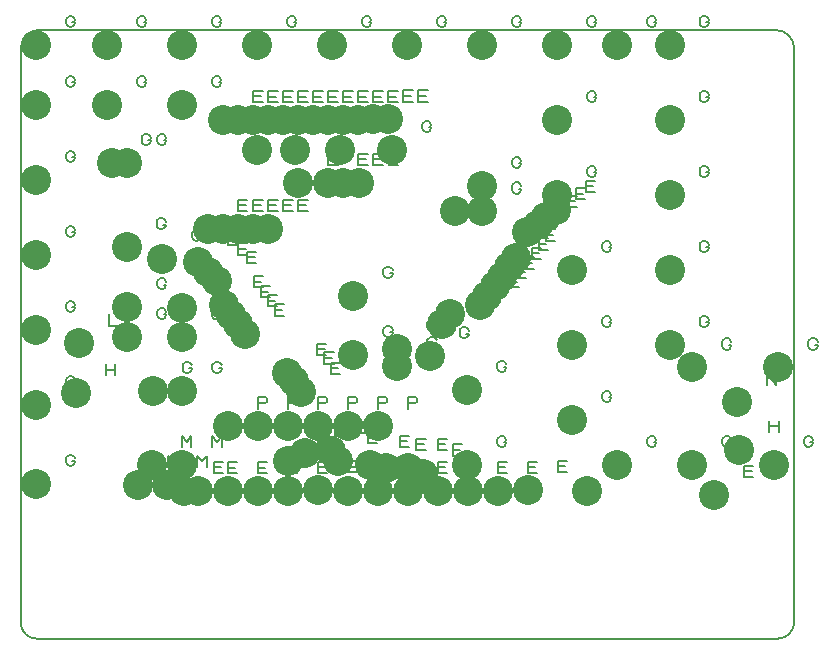
<source format=gbr>
G04 DesignSpark PCB PRO Gerber Version 10.0 Build 5299*
%FSLAX35Y35*%
%MOIN*%
%ADD13C,0.00500*%
%ADD75C,0.10000*%
X0Y0D02*
D02*
D13*
X142281Y8169D02*
G75*
G02*
X137001Y13449I0J5280D01*
G01*
Y204833D01*
G75*
G02*
X143251Y211083I6250J0D01*
G01*
X388594D01*
G75*
G02*
X394844Y204833I0J-6250D01*
G01*
Y13667D01*
G75*
G02*
X389347Y8169I-5497J0D01*
G01*
X142281D01*
X154209Y67333D02*
X155147D01*
Y67020D01*
X154835Y66395D01*
X154522Y66083D01*
X153897Y65770D01*
X153272D01*
X152647Y66083D01*
X152335Y66395D01*
X152022Y67020D01*
Y68270D01*
X152335Y68895D01*
X152647Y69208D01*
X153272Y69520D01*
X153897D01*
X154522Y69208D01*
X154835Y68895D01*
X155147Y68270D01*
X154209Y93583D02*
X155147D01*
Y93270D01*
X154835Y92645D01*
X154522Y92333D01*
X153897Y92020D01*
X153272D01*
X152647Y92333D01*
X152335Y92645D01*
X152022Y93270D01*
Y94520D01*
X152335Y95145D01*
X152647Y95458D01*
X153272Y95770D01*
X153897D01*
X154522Y95458D01*
X154835Y95145D01*
X155147Y94520D01*
X154209Y118583D02*
X155147D01*
Y118270D01*
X154835Y117645D01*
X154522Y117333D01*
X153897Y117020D01*
X153272D01*
X152647Y117333D01*
X152335Y117645D01*
X152022Y118270D01*
Y119520D01*
X152335Y120145D01*
X152647Y120458D01*
X153272Y120770D01*
X153897D01*
X154522Y120458D01*
X154835Y120145D01*
X155147Y119520D01*
X154209Y143583D02*
X155147D01*
Y143270D01*
X154835Y142645D01*
X154522Y142333D01*
X153897Y142020D01*
X153272D01*
X152647Y142333D01*
X152335Y142645D01*
X152022Y143270D01*
Y144520D01*
X152335Y145145D01*
X152647Y145458D01*
X153272Y145770D01*
X153897D01*
X154522Y145458D01*
X154835Y145145D01*
X155147Y144520D01*
X154209Y168583D02*
X155147D01*
Y168270D01*
X154835Y167645D01*
X154522Y167333D01*
X153897Y167020D01*
X153272D01*
X152647Y167333D01*
X152335Y167645D01*
X152022Y168270D01*
Y169520D01*
X152335Y170145D01*
X152647Y170458D01*
X153272Y170770D01*
X153897D01*
X154522Y170458D01*
X154835Y170145D01*
X155147Y169520D01*
X154209Y193583D02*
X155147D01*
Y193270D01*
X154835Y192645D01*
X154522Y192333D01*
X153897Y192020D01*
X153272D01*
X152647Y192333D01*
X152335Y192645D01*
X152022Y193270D01*
Y194520D01*
X152335Y195145D01*
X152647Y195458D01*
X153272Y195770D01*
X153897D01*
X154522Y195458D01*
X154835Y195145D01*
X155147Y194520D01*
X154209Y213583D02*
X155147D01*
Y213270D01*
X154835Y212645D01*
X154522Y212333D01*
X153897Y212020D01*
X153272D01*
X152647Y212333D01*
X152335Y212645D01*
X152022Y213270D01*
Y214520D01*
X152335Y215145D01*
X152647Y215458D01*
X153272Y215770D01*
X153897D01*
X154522Y215458D01*
X154835Y215145D01*
X155147Y214520D01*
X165437Y95998D02*
Y99748D01*
Y97873D02*
X168563D01*
Y95998D02*
Y99748D01*
X166264Y116283D02*
Y112533D01*
X169389D01*
X177959Y193583D02*
X178897D01*
Y193270D01*
X178585Y192645D01*
X178272Y192333D01*
X177647Y192020D01*
X177022D01*
X176397Y192333D01*
X176085Y192645D01*
X175772Y193270D01*
Y194520D01*
X176085Y195145D01*
X176397Y195458D01*
X177022Y195770D01*
X177647D01*
X178272Y195458D01*
X178585Y195145D01*
X178897Y194520D01*
X177959Y213583D02*
X178897D01*
Y213270D01*
X178585Y212645D01*
X178272Y212333D01*
X177647Y212020D01*
X177022D01*
X176397Y212333D01*
X176085Y212645D01*
X175772Y213270D01*
Y214520D01*
X176085Y215145D01*
X176397Y215458D01*
X177022Y215770D01*
X177647D01*
X178272Y215458D01*
X178585Y215145D01*
X178897Y214520D01*
X179459Y174250D02*
X180397D01*
Y173937D01*
X180085Y173312D01*
X179772Y173000D01*
X179147Y172687D01*
X178522D01*
X177897Y173000D01*
X177585Y173312D01*
X177272Y173937D01*
Y175187D01*
X177585Y175812D01*
X177897Y176125D01*
X178522Y176437D01*
X179147D01*
X179772Y176125D01*
X180085Y175812D01*
X180397Y175187D01*
X184459Y146179D02*
X185397D01*
Y145866D01*
X185085Y145241D01*
X184772Y144929D01*
X184147Y144616D01*
X183522D01*
X182897Y144929D01*
X182585Y145241D01*
X182272Y145866D01*
Y147116D01*
X182585Y147741D01*
X182897Y148054D01*
X183522Y148366D01*
X184147D01*
X184772Y148054D01*
X185085Y147741D01*
X185397Y147116D01*
X184632Y116216D02*
X185570D01*
Y115904D01*
X185257Y115279D01*
X184945Y114966D01*
X184320Y114654D01*
X183695D01*
X183070Y114966D01*
X182757Y115279D01*
X182445Y115904D01*
Y117154D01*
X182757Y117779D01*
X183070Y118091D01*
X183695Y118404D01*
X184320D01*
X184945Y118091D01*
X185257Y117779D01*
X185570Y117154D01*
X184632Y126200D02*
X185570D01*
Y125888D01*
X185257Y125263D01*
X184945Y124950D01*
X184320Y124638D01*
X183695D01*
X183070Y124950D01*
X182757Y125263D01*
X182445Y125888D01*
Y127138D01*
X182757Y127763D01*
X183070Y128076D01*
X183695Y128388D01*
X184320D01*
X184945Y128076D01*
X185257Y127763D01*
X185570Y127138D01*
X184632Y174250D02*
X185570D01*
Y173937D01*
X185257Y173312D01*
X184945Y173000D01*
X184320Y172687D01*
X183695D01*
X183070Y173000D01*
X182757Y173312D01*
X182445Y173937D01*
Y175187D01*
X182757Y175812D01*
X183070Y176125D01*
X183695Y176437D01*
X184320D01*
X184945Y176125D01*
X185257Y175812D01*
X185570Y175187D01*
X186000Y65435D02*
Y69185D01*
X187563Y67310D01*
X189126Y69185D01*
Y65435D01*
X190772Y71883D02*
Y75633D01*
X192335Y73758D01*
X193897Y75633D01*
Y71883D01*
X193119Y98281D02*
X194057D01*
Y97969D01*
X193744Y97344D01*
X193431Y97031D01*
X192807Y96719D01*
X192181D01*
X191557Y97031D01*
X191244Y97344D01*
X190931Y97969D01*
Y99219D01*
X191244Y99844D01*
X191557Y100156D01*
X192181Y100469D01*
X192807D01*
X193431Y100156D01*
X193744Y99844D01*
X194057Y99219D01*
X196239Y142300D02*
X197177D01*
Y141987D01*
X196864Y141363D01*
X196552Y141050D01*
X195927Y140737D01*
X195302D01*
X194677Y141050D01*
X194364Y141363D01*
X194052Y141987D01*
Y143237D01*
X194364Y143863D01*
X194677Y144175D01*
X195302Y144487D01*
X195927D01*
X196552Y144175D01*
X196864Y143863D01*
X197177Y143237D01*
X195860Y65435D02*
Y69185D01*
X197422Y67310D01*
X198985Y69185D01*
Y65435D01*
X202959Y193583D02*
X203897D01*
Y193270D01*
X203585Y192645D01*
X203272Y192333D01*
X202647Y192020D01*
X202022D01*
X201397Y192333D01*
X201085Y192645D01*
X200772Y193270D01*
Y194520D01*
X201085Y195145D01*
X201397Y195458D01*
X202022Y195770D01*
X202647D01*
X203272Y195458D01*
X203585Y195145D01*
X203897Y194520D01*
X202959Y213583D02*
X203897D01*
Y213270D01*
X203585Y212645D01*
X203272Y212333D01*
X202647Y212020D01*
X202022D01*
X201397Y212333D01*
X201085Y212645D01*
X200772Y213270D01*
Y214520D01*
X201085Y215145D01*
X201397Y215458D01*
X202022Y215770D01*
X202647D01*
X203272Y215458D01*
X203585Y215145D01*
X203897Y214520D01*
X202978Y125863D02*
X203916D01*
Y125550D01*
X203604Y124925D01*
X203291Y124613D01*
X202666Y124300D01*
X202041D01*
X201416Y124613D01*
X201104Y124925D01*
X200791Y125550D01*
Y126800D01*
X201104Y127425D01*
X201416Y127738D01*
X202041Y128050D01*
X202666D01*
X203291Y127738D01*
X203604Y127425D01*
X203916Y126800D01*
X200916Y71883D02*
Y75633D01*
X202478Y73758D01*
X204041Y75633D01*
Y71883D01*
X203103Y98281D02*
X204041D01*
Y97969D01*
X203728Y97344D01*
X203416Y97031D01*
X202791Y96719D01*
X202166D01*
X201541Y97031D01*
X201228Y97344D01*
X200916Y97969D01*
Y99219D01*
X201228Y99844D01*
X201541Y100156D01*
X202166Y100469D01*
X202791D01*
X203416Y100156D01*
X203728Y99844D01*
X204041Y99219D01*
X203103Y116128D02*
X204041D01*
Y115815D01*
X203728Y115191D01*
X203416Y114878D01*
X202791Y114565D01*
X202166D01*
X201541Y114878D01*
X201228Y115191D01*
X200916Y115815D01*
Y117065D01*
X201228Y117691D01*
X201541Y118003D01*
X202166Y118315D01*
X202791D01*
X203416Y118003D01*
X203728Y117691D01*
X204041Y117065D01*
X201272Y63396D02*
Y67146D01*
X204397D01*
X203772Y65271D02*
X201272D01*
Y63396D02*
X204397D01*
X205969Y63313D02*
Y67063D01*
X209094D01*
X208469Y65189D02*
X205969D01*
Y63313D02*
X209094D01*
X205969Y139531D02*
Y143281D01*
X209094D01*
X208469Y141407D02*
X205969D01*
Y139531D02*
X209094D01*
X209463Y136162D02*
Y139912D01*
X212589D01*
X211963Y138037D02*
X209463D01*
Y136162D02*
X212589D01*
X209463Y150722D02*
Y154472D01*
X212589D01*
X211963Y152597D02*
X209463D01*
Y150722D02*
X212589D01*
X212459Y133416D02*
Y137166D01*
X215584D01*
X214959Y135291D02*
X212459D01*
Y133416D02*
X215584D01*
X214522Y150722D02*
Y154472D01*
X217647D01*
X217022Y152597D02*
X214522D01*
Y150722D02*
X217647D01*
X214522Y187039D02*
Y190789D01*
X217647D01*
X217022Y188915D02*
X214522D01*
Y187039D02*
X217647D01*
X214705Y125265D02*
Y129015D01*
X217830D01*
X217205Y127140D02*
X214705D01*
Y125265D02*
X217830D01*
X215989Y63271D02*
Y67021D01*
X219114D01*
X218489Y65146D02*
X215989D01*
Y63271D02*
X219114D01*
X216124Y84868D02*
Y88618D01*
X218311D01*
X218937Y88306D01*
X219249Y87680D01*
X218937Y87056D01*
X218311Y86743D01*
X216124D01*
X217076Y121934D02*
Y125684D01*
X220202D01*
X219576Y123809D02*
X217076D01*
Y121934D02*
X220202D01*
X219323Y118966D02*
Y122716D01*
X222448D01*
X221823Y120841D02*
X219323D01*
Y118966D02*
X222448D01*
X219522Y150722D02*
Y154472D01*
X222647D01*
X222022Y152597D02*
X219522D01*
Y150722D02*
X222647D01*
X219522Y186951D02*
Y190701D01*
X222647D01*
X222022Y188826D02*
X219522D01*
Y186951D02*
X222647D01*
X221694Y115816D02*
Y119566D01*
X224819D01*
X224194Y117691D02*
X221694D01*
Y115816D02*
X224819D01*
X224522Y150722D02*
Y154472D01*
X227647D01*
X227022Y152597D02*
X224522D01*
Y150722D02*
X227647D01*
X224522Y186951D02*
Y190701D01*
X227647D01*
X227022Y188826D02*
X224522D01*
Y186951D02*
X227647D01*
X227959Y178583D02*
X228897D01*
Y178270D01*
X228585Y177645D01*
X228272Y177333D01*
X227647Y177020D01*
X227022D01*
X226397Y177333D01*
X226085Y177645D01*
X225772Y178270D01*
Y179520D01*
X226085Y180145D01*
X226397Y180458D01*
X227022Y180770D01*
X227647D01*
X228272Y180458D01*
X228585Y180145D01*
X228897Y179520D01*
X227959Y213583D02*
X228897D01*
Y213270D01*
X228585Y212645D01*
X228272Y212333D01*
X227647Y212020D01*
X227022D01*
X226397Y212333D01*
X226085Y212645D01*
X225772Y213270D01*
Y214520D01*
X226085Y215145D01*
X226397Y215458D01*
X227022Y215770D01*
X227647D01*
X228272Y215458D01*
X228585Y215145D01*
X228897Y214520D01*
X225989Y63438D02*
Y67188D01*
X229114D01*
X228489Y65313D02*
X225989D01*
Y63438D02*
X229114D01*
X226124Y84868D02*
Y88618D01*
X228311D01*
X228937Y88306D01*
X229249Y87680D01*
X228937Y87056D01*
X228311Y86743D01*
X226124D01*
X229522Y150722D02*
Y154472D01*
X232647D01*
X232022Y152597D02*
X229522D01*
Y150722D02*
X232647D01*
X229522Y186951D02*
Y190701D01*
X232647D01*
X232022Y188826D02*
X229522D01*
Y186951D02*
X232647D01*
X234488D02*
Y190701D01*
X237613D01*
X236988Y188826D02*
X234488D01*
Y186951D02*
X237613D01*
X235772Y102715D02*
Y106465D01*
X238897D01*
X238272Y104590D02*
X235772D01*
Y102715D02*
X238897D01*
X235955Y63438D02*
Y67188D01*
X239080D01*
X238455Y65313D02*
X235955D01*
Y63438D02*
X239080D01*
X236110Y73256D02*
Y77006D01*
X239235D01*
X238610Y75131D02*
X236110D01*
Y73256D02*
X239235D01*
X236124Y84868D02*
Y88618D01*
X238311D01*
X238937Y88306D01*
X239249Y87680D01*
X238937Y87056D01*
X238311Y86743D01*
X236124D01*
X238168Y99844D02*
Y103594D01*
X241293D01*
X240668Y101719D02*
X238168D01*
Y99844D02*
X241293D01*
X240459Y178583D02*
X241397D01*
Y178270D01*
X241085Y177645D01*
X240772Y177333D01*
X240147Y177020D01*
X239522D01*
X238897Y177333D01*
X238585Y177645D01*
X238272Y178270D01*
Y179520D01*
X238585Y180145D01*
X238897Y180458D01*
X239522Y180770D01*
X240147D01*
X240772Y180458D01*
X241085Y180145D01*
X241397Y179520D01*
X239480Y186951D02*
Y190701D01*
X242605D01*
X241980Y188826D02*
X239480D01*
Y186951D02*
X242605D01*
X239522Y166116D02*
Y169866D01*
X242647D01*
X242022Y167991D02*
X239522D01*
Y166116D02*
X242647D01*
X240415Y96344D02*
Y100094D01*
X243540D01*
X242915Y98219D02*
X240415D01*
Y96344D02*
X243540D01*
X241663Y75876D02*
Y79626D01*
X244788D01*
X244163Y77752D02*
X241663D01*
Y75876D02*
X244788D01*
X244522Y186951D02*
Y190701D01*
X247647D01*
X247022Y188826D02*
X244522D01*
Y186951D02*
X247647D01*
X245989Y63563D02*
Y67313D01*
X249114D01*
X248489Y65438D02*
X245989D01*
Y63563D02*
X249114D01*
X246124Y84868D02*
Y88618D01*
X248311D01*
X248937Y88306D01*
X249249Y87680D01*
X248937Y87056D01*
X248311Y86743D01*
X246124D01*
X249522Y166116D02*
Y169866D01*
X252647D01*
X252022Y167991D02*
X249522D01*
Y166116D02*
X252647D01*
X249522Y186951D02*
Y190701D01*
X252647D01*
X252022Y188826D02*
X249522D01*
Y186951D02*
X252647D01*
X250274Y76625D02*
Y80375D01*
X253399D01*
X252774Y78500D02*
X250274D01*
Y76625D02*
X253399D01*
X252959Y213583D02*
X253897D01*
Y213270D01*
X253585Y212645D01*
X253272Y212333D01*
X252647Y212020D01*
X252022D01*
X251397Y212333D01*
X251085Y212645D01*
X250772Y213270D01*
Y214520D01*
X251085Y215145D01*
X251397Y215458D01*
X252022Y215770D01*
X252647D01*
X253272Y215458D01*
X253585Y215145D01*
X253897Y214520D01*
X252645Y73270D02*
Y77020D01*
X255770D01*
X255145Y75145D02*
X252645D01*
Y73270D02*
X255770D01*
X255459Y178583D02*
X256397D01*
Y178270D01*
X256085Y177645D01*
X255772Y177333D01*
X255147Y177020D01*
X254522D01*
X253897Y177333D01*
X253585Y177645D01*
X253272Y178270D01*
Y179520D01*
X253585Y180145D01*
X253897Y180458D01*
X254522Y180770D01*
X255147D01*
X255772Y180458D01*
X256085Y180145D01*
X256397Y179520D01*
X254522Y166116D02*
Y169866D01*
X257647D01*
X257022Y167991D02*
X254522D01*
Y166116D02*
X257647D01*
X254522Y186951D02*
Y190701D01*
X257647D01*
X257022Y188826D02*
X254522D01*
Y186951D02*
X257647D01*
X255989Y63271D02*
Y67021D01*
X259114D01*
X258489Y65146D02*
X255989D01*
Y63271D02*
X259114D01*
X256124Y84868D02*
Y88618D01*
X258311D01*
X258937Y88306D01*
X259249Y87680D01*
X258937Y87056D01*
X258311Y86743D01*
X256124D01*
X260013Y110262D02*
X260951D01*
Y109950D01*
X260639Y109325D01*
X260326Y109012D01*
X259701Y108700D01*
X259076D01*
X258451Y109012D01*
X258139Y109325D01*
X257826Y109950D01*
Y111200D01*
X258139Y111825D01*
X258451Y112137D01*
X259076Y112450D01*
X259701D01*
X260326Y112137D01*
X260639Y111825D01*
X260951Y111200D01*
X260013Y129987D02*
X260951D01*
Y129674D01*
X260639Y129049D01*
X260326Y128737D01*
X259701Y128424D01*
X259076D01*
X258451Y128737D01*
X258139Y129049D01*
X257826Y129674D01*
Y130924D01*
X258139Y131549D01*
X258451Y131862D01*
X259076Y132174D01*
X259701D01*
X260326Y131862D01*
X260639Y131549D01*
X260951Y130924D01*
X259522Y186951D02*
Y190701D01*
X262647D01*
X262022Y188826D02*
X259522D01*
Y186951D02*
X262647D01*
X259772Y166116D02*
Y169866D01*
X262897D01*
X262272Y167991D02*
X259772D01*
Y166116D02*
X262897D01*
X263272Y72020D02*
Y75770D01*
X266397D01*
X265772Y73895D02*
X263272D01*
Y72020D02*
X266397D01*
X264522Y187164D02*
Y190914D01*
X267647D01*
X267022Y189039D02*
X264522D01*
Y187164D02*
X267647D01*
X265989Y63438D02*
Y67188D01*
X269114D01*
X268489Y65313D02*
X265989D01*
Y63438D02*
X269114D01*
X266124Y84868D02*
Y88618D01*
X268311D01*
X268937Y88306D01*
X269249Y87680D01*
X268937Y87056D01*
X268311Y86743D01*
X266124D01*
X268870Y71015D02*
Y74765D01*
X271995D01*
X271370Y72890D02*
X268870D01*
Y71015D02*
X271995D01*
X269522Y187164D02*
Y190914D01*
X272647D01*
X272022Y189039D02*
X269522D01*
Y187164D02*
X272647D01*
X272959Y178583D02*
X273897D01*
Y178270D01*
X273585Y177645D01*
X273272Y177333D01*
X272647Y177020D01*
X272022D01*
X271397Y177333D01*
X271085Y177645D01*
X270772Y178270D01*
Y179520D01*
X271085Y180145D01*
X271397Y180458D01*
X272022Y180770D01*
X272647D01*
X273272Y180458D01*
X273585Y180145D01*
X273897Y179520D01*
X274676Y106648D02*
X275614D01*
Y106336D01*
X275302Y105711D01*
X274989Y105398D01*
X274364Y105086D01*
X273739D01*
X273114Y105398D01*
X272802Y105711D01*
X272489Y106336D01*
Y107586D01*
X272802Y108211D01*
X273114Y108524D01*
X273739Y108836D01*
X274364D01*
X274989Y108524D01*
X275302Y108211D01*
X275614Y107586D01*
X274676Y112333D02*
X275614D01*
Y112020D01*
X275302Y111395D01*
X274989Y111083D01*
X274364Y110770D01*
X273739D01*
X273114Y111083D01*
X272802Y111395D01*
X272489Y112020D01*
Y113270D01*
X272802Y113895D01*
X273114Y114208D01*
X273739Y114520D01*
X274364D01*
X274989Y114208D01*
X275302Y113895D01*
X275614Y113270D01*
X277959Y213583D02*
X278897D01*
Y213270D01*
X278585Y212645D01*
X278272Y212333D01*
X277647Y212020D01*
X277022D01*
X276397Y212333D01*
X276085Y212645D01*
X275772Y213270D01*
Y214520D01*
X276085Y215145D01*
X276397Y215458D01*
X277022Y215770D01*
X277647D01*
X278272Y215458D01*
X278585Y215145D01*
X278897Y214520D01*
X275989Y63438D02*
Y67188D01*
X279114D01*
X278489Y65313D02*
X275989D01*
Y63438D02*
X279114D01*
X275989Y71015D02*
Y74765D01*
X279114D01*
X278489Y72890D02*
X275989D01*
Y71015D02*
X279114D01*
X280976Y69143D02*
Y72893D01*
X284101D01*
X283476Y71018D02*
X280976D01*
Y69143D02*
X284101D01*
X285459Y109833D02*
X286397D01*
Y109520D01*
X286085Y108895D01*
X285772Y108583D01*
X285147Y108270D01*
X284522D01*
X283897Y108583D01*
X283585Y108895D01*
X283272Y109520D01*
Y110770D01*
X283585Y111395D01*
X283897Y111708D01*
X284522Y112020D01*
X285147D01*
X285772Y111708D01*
X286085Y111395D01*
X286397Y110770D01*
X285989Y63438D02*
Y67188D01*
X289114D01*
X288489Y65313D02*
X285989D01*
Y63438D02*
X289114D01*
X287590Y118966D02*
Y122716D01*
X290715D01*
X290090Y120841D02*
X287590D01*
Y118966D02*
X290715D01*
X289961Y122184D02*
Y125934D01*
X293087D01*
X292461Y124059D02*
X289961D01*
Y122184D02*
X293087D01*
X293960Y158062D02*
X294898D01*
Y157749D01*
X294585Y157124D01*
X294272Y156812D01*
X293648Y156499D01*
X293022D01*
X292398Y156812D01*
X292085Y157124D01*
X291772Y157749D01*
Y158999D01*
X292085Y159624D01*
X292398Y159937D01*
X293022Y160249D01*
X293648D01*
X294272Y159937D01*
X294585Y159624D01*
X294898Y158999D01*
X297959Y73583D02*
X298897D01*
Y73270D01*
X298585Y72645D01*
X298272Y72333D01*
X297647Y72020D01*
X297022D01*
X296397Y72333D01*
X296085Y72645D01*
X295772Y73270D01*
Y74520D01*
X296085Y75145D01*
X296397Y75458D01*
X297022Y75770D01*
X297647D01*
X298272Y75458D01*
X298585Y75145D01*
X298897Y74520D01*
X297959Y98656D02*
X298897D01*
Y98343D01*
X298585Y97718D01*
X298272Y97406D01*
X297647Y97093D01*
X297022D01*
X296397Y97406D01*
X296085Y97718D01*
X295772Y98343D01*
Y99593D01*
X296085Y100218D01*
X296397Y100531D01*
X297022Y100843D01*
X297647D01*
X298272Y100531D01*
X298585Y100218D01*
X298897Y99593D01*
X295989Y63438D02*
Y67188D01*
X299114D01*
X298489Y65313D02*
X295989D01*
Y63438D02*
X299114D01*
X299946Y125265D02*
Y129015D01*
X303071D01*
X302446Y127140D02*
X299946D01*
Y125265D02*
X303071D01*
X302946Y158062D02*
X303883D01*
Y157749D01*
X303571Y157124D01*
X303258Y156812D01*
X302633Y156499D01*
X302008D01*
X301383Y156812D01*
X301071Y157124D01*
X300758Y157749D01*
Y158999D01*
X301071Y159624D01*
X301383Y159937D01*
X302008Y160249D01*
X302633D01*
X303258Y159937D01*
X303571Y159624D01*
X303883Y158999D01*
X302946Y166548D02*
X303883D01*
Y166236D01*
X303571Y165611D01*
X303258Y165298D01*
X302633Y164986D01*
X302008D01*
X301383Y165298D01*
X301071Y165611D01*
X300758Y166236D01*
Y167486D01*
X301071Y168111D01*
X301383Y168424D01*
X302008Y168736D01*
X302633D01*
X303258Y168424D01*
X303571Y168111D01*
X303883Y167486D01*
X302959Y213583D02*
X303897D01*
Y213270D01*
X303585Y212645D01*
X303272Y212333D01*
X302647Y212020D01*
X302022D01*
X301397Y212333D01*
X301085Y212645D01*
X300772Y213270D01*
Y214520D01*
X301085Y215145D01*
X301397Y215458D01*
X302022Y215770D01*
X302647D01*
X303272Y215458D01*
X303585Y215145D01*
X303897Y214520D01*
X302442Y128415D02*
Y132165D01*
X305567D01*
X304942Y130290D02*
X302442D01*
Y128415D02*
X305567D01*
X304938Y131544D02*
Y135294D01*
X308063D01*
X307438Y133419D02*
X304938D01*
Y131544D02*
X308063D01*
X305989Y63438D02*
Y67188D01*
X309114D01*
X308489Y65313D02*
X305989D01*
Y63438D02*
X309114D01*
X307309Y134714D02*
Y138464D01*
X310434D01*
X309809Y136589D02*
X307309D01*
Y134714D02*
X310434D01*
X309680Y137863D02*
Y141613D01*
X312806D01*
X312180Y139739D02*
X309680D01*
Y137863D02*
X312806D01*
X312052Y140866D02*
Y144616D01*
X315177D01*
X314552Y142741D02*
X312052D01*
Y140866D02*
X315177D01*
X315772Y149616D02*
Y153366D01*
X318897D01*
X318272Y151491D02*
X315772D01*
Y149616D02*
X318897D01*
X315989Y63688D02*
Y67438D01*
X319114D01*
X318489Y65563D02*
X315989D01*
Y63688D02*
X319114D01*
X319290Y152116D02*
Y155866D01*
X322415D01*
X321790Y153991D02*
X319290D01*
Y152116D02*
X322415D01*
X322036Y154616D02*
Y158366D01*
X325161D01*
X324536Y156491D02*
X322036D01*
Y154616D02*
X325161D01*
X325272Y157116D02*
Y160866D01*
X328397D01*
X327772Y158991D02*
X325272D01*
Y157116D02*
X328397D01*
X327959Y163583D02*
X328897D01*
Y163270D01*
X328585Y162645D01*
X328272Y162333D01*
X327647Y162020D01*
X327022D01*
X326397Y162333D01*
X326085Y162645D01*
X325772Y163270D01*
Y164520D01*
X326085Y165145D01*
X326397Y165458D01*
X327022Y165770D01*
X327647D01*
X328272Y165458D01*
X328585Y165145D01*
X328897Y164520D01*
X327959Y188583D02*
X328897D01*
Y188270D01*
X328585Y187645D01*
X328272Y187333D01*
X327647Y187020D01*
X327022D01*
X326397Y187333D01*
X326085Y187645D01*
X325772Y188270D01*
Y189520D01*
X326085Y190145D01*
X326397Y190458D01*
X327022Y190770D01*
X327647D01*
X328272Y190458D01*
X328585Y190145D01*
X328897Y189520D01*
X327959Y213583D02*
X328897D01*
Y213270D01*
X328585Y212645D01*
X328272Y212333D01*
X327647Y212020D01*
X327022D01*
X326397Y212333D01*
X326085Y212645D01*
X325772Y213270D01*
Y214520D01*
X326085Y215145D01*
X326397Y215458D01*
X327022Y215770D01*
X327647D01*
X328272Y215458D01*
X328585Y215145D01*
X328897Y214520D01*
X332959Y88583D02*
X333897D01*
Y88270D01*
X333585Y87645D01*
X333272Y87333D01*
X332647Y87020D01*
X332022D01*
X331397Y87333D01*
X331085Y87645D01*
X330772Y88270D01*
Y89520D01*
X331085Y90145D01*
X331397Y90458D01*
X332022Y90770D01*
X332647D01*
X333272Y90458D01*
X333585Y90145D01*
X333897Y89520D01*
X332959Y113583D02*
X333897D01*
Y113270D01*
X333585Y112645D01*
X333272Y112333D01*
X332647Y112020D01*
X332022D01*
X331397Y112333D01*
X331085Y112645D01*
X330772Y113270D01*
Y114520D01*
X331085Y115145D01*
X331397Y115458D01*
X332022Y115770D01*
X332647D01*
X333272Y115458D01*
X333585Y115145D01*
X333897Y114520D01*
X332959Y138583D02*
X333897D01*
Y138270D01*
X333585Y137645D01*
X333272Y137333D01*
X332647Y137020D01*
X332022D01*
X331397Y137333D01*
X331085Y137645D01*
X330772Y138270D01*
Y139520D01*
X331085Y140145D01*
X331397Y140458D01*
X332022Y140770D01*
X332647D01*
X333272Y140458D01*
X333585Y140145D01*
X333897Y139520D01*
X335828Y63271D02*
Y67021D01*
X338953D01*
X338328Y65146D02*
X335828D01*
Y63271D02*
X338953D01*
X347959Y73583D02*
X348897D01*
Y73270D01*
X348585Y72645D01*
X348272Y72333D01*
X347647Y72020D01*
X347022D01*
X346397Y72333D01*
X346085Y72645D01*
X345772Y73270D01*
Y74520D01*
X346085Y75145D01*
X346397Y75458D01*
X347022Y75770D01*
X347647D01*
X348272Y75458D01*
X348585Y75145D01*
X348897Y74520D01*
X347959Y213583D02*
X348897D01*
Y213270D01*
X348585Y212645D01*
X348272Y212333D01*
X347647Y212020D01*
X347022D01*
X346397Y212333D01*
X346085Y212645D01*
X345772Y213270D01*
Y214520D01*
X346085Y215145D01*
X346397Y215458D01*
X347022Y215770D01*
X347647D01*
X348272Y215458D01*
X348585Y215145D01*
X348897Y214520D01*
X365459Y113583D02*
X366397D01*
Y113270D01*
X366085Y112645D01*
X365772Y112333D01*
X365147Y112020D01*
X364522D01*
X363897Y112333D01*
X363585Y112645D01*
X363272Y113270D01*
Y114520D01*
X363585Y115145D01*
X363897Y115458D01*
X364522Y115770D01*
X365147D01*
X365772Y115458D01*
X366085Y115145D01*
X366397Y114520D01*
X365459Y138583D02*
X366397D01*
Y138270D01*
X366085Y137645D01*
X365772Y137333D01*
X365147Y137020D01*
X364522D01*
X363897Y137333D01*
X363585Y137645D01*
X363272Y138270D01*
Y139520D01*
X363585Y140145D01*
X363897Y140458D01*
X364522Y140770D01*
X365147D01*
X365772Y140458D01*
X366085Y140145D01*
X366397Y139520D01*
X365459Y163583D02*
X366397D01*
Y163270D01*
X366085Y162645D01*
X365772Y162333D01*
X365147Y162020D01*
X364522D01*
X363897Y162333D01*
X363585Y162645D01*
X363272Y163270D01*
Y164520D01*
X363585Y165145D01*
X363897Y165458D01*
X364522Y165770D01*
X365147D01*
X365772Y165458D01*
X366085Y165145D01*
X366397Y164520D01*
X365459Y188583D02*
X366397D01*
Y188270D01*
X366085Y187645D01*
X365772Y187333D01*
X365147Y187020D01*
X364522D01*
X363897Y187333D01*
X363585Y187645D01*
X363272Y188270D01*
Y189520D01*
X363585Y190145D01*
X363897Y190458D01*
X364522Y190770D01*
X365147D01*
X365772Y190458D01*
X366085Y190145D01*
X366397Y189520D01*
X365459Y213583D02*
X366397D01*
Y213270D01*
X366085Y212645D01*
X365772Y212333D01*
X365147Y212020D01*
X364522D01*
X363897Y212333D01*
X363585Y212645D01*
X363272Y213270D01*
Y214520D01*
X363585Y215145D01*
X363897Y215458D01*
X364522Y215770D01*
X365147D01*
X365772Y215458D01*
X366085Y215145D01*
X366397Y214520D01*
X372959Y73583D02*
X373897D01*
Y73270D01*
X373585Y72645D01*
X373272Y72333D01*
X372647Y72020D01*
X372022D01*
X371397Y72333D01*
X371085Y72645D01*
X370772Y73270D01*
Y74520D01*
X371085Y75145D01*
X371397Y75458D01*
X372022Y75770D01*
X372647D01*
X373272Y75458D01*
X373585Y75145D01*
X373897Y74520D01*
X372959Y106083D02*
X373897D01*
Y105770D01*
X373585Y105145D01*
X373272Y104833D01*
X372647Y104520D01*
X372022D01*
X371397Y104833D01*
X371085Y105145D01*
X370772Y105770D01*
Y107020D01*
X371085Y107645D01*
X371397Y107958D01*
X372022Y108270D01*
X372647D01*
X373272Y107958D01*
X373585Y107645D01*
X373897Y107020D01*
X378136Y62023D02*
Y65773D01*
X381261D01*
X380636Y63898D02*
X378136D01*
Y62023D02*
X381261D01*
X385713Y92847D02*
Y96597D01*
X388838Y92847D01*
Y96597D01*
X386540Y77099D02*
Y80849D01*
Y78974D02*
X389665D01*
Y77099D02*
Y80849D01*
X400167Y73582D02*
X401105D01*
Y73269D01*
X400793Y72644D01*
X400480Y72332D01*
X399855Y72019D01*
X399230D01*
X398605Y72332D01*
X398293Y72644D01*
X397980Y73269D01*
Y74519D01*
X398293Y75144D01*
X398605Y75457D01*
X399230Y75769D01*
X399855D01*
X400480Y75457D01*
X400793Y75144D01*
X401105Y74519D01*
X401709Y106083D02*
X402647D01*
Y105770D01*
X402335Y105145D01*
X402022Y104833D01*
X401397Y104520D01*
X400772D01*
X400147Y104833D01*
X399835Y105145D01*
X399522Y105770D01*
Y107020D01*
X399835Y107645D01*
X400147Y107958D01*
X400772Y108270D01*
X401397D01*
X402022Y107958D01*
X402335Y107645D01*
X402647Y107020D01*
D02*
D75*
X142022Y59833D03*
Y86083D03*
Y111083D03*
Y136083D03*
Y161083D03*
Y186083D03*
Y206083D03*
X155437Y90061D03*
X156264Y106596D03*
X165772Y186083D03*
Y206083D03*
X167272Y166750D03*
X172272Y138679D03*
X172445Y108716D03*
Y118700D03*
Y166750D03*
X176000Y59498D03*
X180772Y65945D03*
X180931Y90781D03*
X184052Y134800D03*
X185860Y59498D03*
X190772Y186083D03*
Y206083D03*
X190791Y118363D03*
X190916Y65945D03*
Y90781D03*
Y108628D03*
X191272Y57459D03*
X195969Y57376D03*
Y133594D03*
X199463Y130224D03*
Y144784D03*
X202459Y127479D03*
X204522Y144784D03*
Y181102D03*
X204705Y119328D03*
X205989Y57334D03*
X206124Y78930D03*
X207076Y115997D03*
X209323Y113028D03*
X209522Y144784D03*
Y181014D03*
X211694Y109879D03*
X214522Y144784D03*
Y181014D03*
X215772Y171083D03*
Y206083D03*
X215989Y57501D03*
X216124Y78930D03*
X219522Y144784D03*
Y181014D03*
X224488D03*
X225772Y96777D03*
X225955Y57501D03*
X226110Y67318D03*
X226124Y78930D03*
X228168Y93907D03*
X228272Y171083D03*
X229480Y181014D03*
X229522Y160179D03*
X230415Y90407D03*
X231663Y69939D03*
X234522Y181014D03*
X235989Y57626D03*
X236124Y78930D03*
X239522Y160179D03*
Y181014D03*
X240274Y70688D03*
X240772Y206083D03*
X242645Y67333D03*
X243272Y171083D03*
X244522Y160179D03*
Y181014D03*
X245989Y57334D03*
X246124Y78930D03*
X247826Y102762D03*
Y122487D03*
X249522Y181014D03*
X249772Y160179D03*
X253272Y66083D03*
X254522Y181227D03*
X255989Y57501D03*
X256124Y78930D03*
X258870Y65077D03*
X259522Y181227D03*
X260772Y171083D03*
X262489Y99148D03*
Y104833D03*
X265772Y206083D03*
X265989Y57501D03*
Y65077D03*
X270976Y63205D03*
X273272Y102333D03*
X275989Y57501D03*
X277590Y113028D03*
X279961Y116246D03*
X281772Y150562D03*
X285772Y66083D03*
Y91156D03*
X285989Y57501D03*
X289946Y119328D03*
X290758Y150562D03*
Y159048D03*
X290772Y206083D03*
X292442Y122477D03*
X294938Y125607D03*
X295989Y57501D03*
X297309Y128776D03*
X299680Y131926D03*
X302052Y134929D03*
X305772Y143679D03*
X305989Y57750D03*
X309290Y146179D03*
X312036Y148679D03*
X315272Y151179D03*
X315772Y156083D03*
Y181083D03*
Y206083D03*
X320772Y81083D03*
Y106083D03*
Y131083D03*
X325828Y57334D03*
X335772Y66083D03*
Y206083D03*
X353272Y106083D03*
Y131083D03*
Y156083D03*
Y181083D03*
Y206083D03*
X360772Y66083D03*
Y98583D03*
X368136Y56086D03*
X375713Y86909D03*
X376540Y71161D03*
X387980Y66082D03*
X389522Y98583D03*
X0Y0D02*
M02*

</source>
